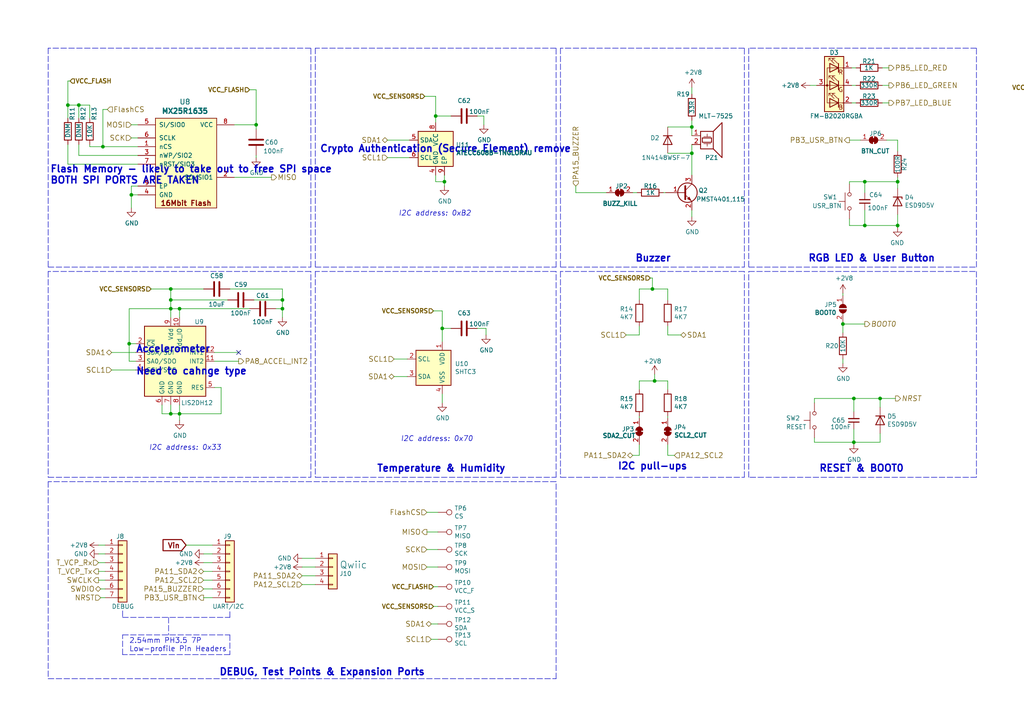
<source format=kicad_sch>
(kicad_sch (version 20231120) (generator "eeschema") (generator_version "8.0")
  (paper "A4")
  (title_block (title "Peripherals") (date "2025-03-08") (rev "1.1b") (company "BCIT BAJA"))
  (junction (at 320.04 30.48))
  (junction (at 49.53 86.995))
  (junction (at 320.04 27.94))
  (junction (at 81.915 89.535))
  (junction (at 19.685 30.48))
  (junction (at 29.845 42.545))
  (junction (at 52.07 120.015))
  (junction (at 332.74 40.64))
  (junction (at 260.35 65.405))
  (junction (at 332.74 27.94))
  (junction (at 200.66 36.83))
  (junction (at 247.65 128.27))
  (junction (at 250.825 65.405))
  (junction (at 49.53 83.82))
  (junction (at 320.04 38.1))
  (junction (at 332.74 33.02))
  (junction (at 247.65 115.57))
  (junction (at 81.915 86.995))
  (junction (at 37.465 99.695))
  (junction (at 244.475 93.98))
  (junction (at 320.04 35.56))
  (junction (at 74.295 36.195))
  (junction (at 332.74 38.1))
  (junction (at 320.04 33.02))
  (junction (at 332.74 43.18))
  (junction (at 189.865 110.49))
  (junction (at 49.53 120.015))
  (junction (at 126.365 33.655))
  (junction (at 22.86 30.48))
  (junction (at 52.07 89.535))
  (junction (at 332.74 30.48))
  (junction (at 128.27 95.25))
  (junction (at 255.27 115.57))
  (junction (at 332.74 35.56))
  (junction (at 320.04 25.4))
  (junction (at 189.23 83.82))
  (junction (at 200.66 44.45))
  (junction (at 320.04 40.64))
  (junction (at 49.53 89.535))
  (junction (at 250.825 52.705))
  (junction (at 128.905 52.705))
  (junction (at 38.1 56.515))
  (junction (at 260.35 52.705))
  (no_connect (at 69.215 102.235))
  (polyline (pts (xy 217.17 77.47) (xy 283.21 77.47)) (stroke (width 0) (type dash)))
  (wire (pts (xy 260.35 62.23) (xy 260.35 65.405)))
  (wire (pts (xy 257.81 24.765) (xy 255.905 24.765)))
  (wire (pts (xy 128.905 50.8) (xy 128.905 52.705)))
  (wire (pts (xy 200.66 27.305) (xy 200.66 25.4)))
  (wire (pts (xy 185.42 110.49) (xy 185.42 113.03)))
  (polyline (pts (xy 90.17 13.97) (xy 13.97 13.97)) (stroke (width 0) (type dash)))
  (wire (pts (xy 193.675 94.615) (xy 193.675 97.155)))
  (wire (pts (xy 40.005 56.515) (xy 38.1 56.515)))
  (wire (pts (xy 126.365 27.94) (xy 126.365 33.655)))
  (wire (pts (xy 46.99 120.015) (xy 49.53 120.015)))
  (wire (pts (xy 72.39 26.035) (xy 74.295 26.035)))
  (wire (pts (xy 118.11 104.14) (xy 114.3 104.14)))
  (polyline (pts (xy 91.44 78.74) (xy 91.44 138.43)) (stroke (width 0) (type dash)))
  (wire (pts (xy 37.465 99.695) (xy 37.465 89.535)))
  (wire (pts (xy 46.99 117.475) (xy 46.99 120.015)))
  (polyline (pts (xy 161.29 78.74) (xy 91.44 78.74)) (stroke (width 0) (type dash)))
  (wire (pts (xy 19.685 47.625) (xy 40.005 47.625)))
  (polyline (pts (xy 162.56 78.74) (xy 162.56 138.43)) (stroke (width 0) (type dash)))
  (wire (pts (xy 193.675 36.83) (xy 200.66 36.83)))
  (polyline (pts (xy 13.97 78.74) (xy 13.97 138.43)) (stroke (width 0) (type dash)))
  (wire (pts (xy 185.42 120.65) (xy 185.42 121.285)))
  (wire (pts (xy 140.97 95.25) (xy 140.97 97.155)))
  (wire (pts (xy 138.43 33.655) (xy 140.335 33.655)))
  (polyline (pts (xy 13.97 196.85) (xy 161.29 196.85)) (stroke (width 0) (type dash)))
  (wire (pts (xy 332.74 43.18) (xy 332.74 45.72)))
  (wire (pts (xy 320.04 35.56) (xy 320.04 33.02)))
  (wire (pts (xy 246.38 63.5) (xy 246.38 65.405)))
  (wire (pts (xy 246.38 52.705) (xy 246.38 53.34)))
  (wire (pts (xy 193.675 97.155) (xy 197.485 97.155)))
  (polyline (pts (xy 90.17 138.43) (xy 90.17 78.74)) (stroke (width 0) (type dash)))
  (wire (pts (xy 38.1 56.515) (xy 38.1 60.325)))
  (polyline (pts (xy 215.9 78.74) (xy 162.56 78.74)) (stroke (width 0) (type dash)))
  (wire (pts (xy 260.35 40.64) (xy 260.35 43.815)))
  (polyline (pts (xy 91.44 138.43) (xy 161.29 138.43)) (stroke (width 0) (type dash)))
  (polyline (pts (xy 161.29 139.7) (xy 13.97 139.7)) (stroke (width 0) (type dash)))
  (polyline (pts (xy 161.29 13.97) (xy 91.44 13.97)) (stroke (width 0) (type dash)))
  (wire (pts (xy 87.63 169.545) (xy 91.44 169.545)))
  (wire (pts (xy 62.23 112.395) (xy 64.135 112.395)))
  (wire (pts (xy 379.73 64.135) (xy 382.905 64.135)))
  (polyline (pts (xy 90.17 78.74) (xy 13.97 78.74)) (stroke (width 0) (type dash)))
  (wire (pts (xy 26.035 42.545) (xy 26.035 41.91)))
  (wire (pts (xy 22.86 30.48) (xy 19.685 30.48)))
  (wire (pts (xy 59.055 173.355) (xy 61.595 173.355)))
  (wire (pts (xy 126.365 50.8) (xy 126.365 52.705)))
  (wire (pts (xy 74.295 36.195) (xy 74.295 37.465)))
  (wire (pts (xy 332.74 38.1) (xy 332.74 40.64)))
  (wire (pts (xy 332.74 33.02) (xy 332.74 35.56)))
  (polyline (pts (xy 35.56 189.865) (xy 35.56 184.15)) (stroke (width 0) (type dash)))
  (wire (pts (xy 40.005 36.195) (xy 38.1 36.195)))
  (wire (pts (xy 257.175 40.64) (xy 260.35 40.64)))
  (wire (pts (xy 236.22 116.84) (xy 236.22 115.57)))
  (wire (pts (xy 29.21 170.815) (xy 30.48 170.815)))
  (wire (pts (xy 255.27 118.11) (xy 255.27 115.57)))
  (wire (pts (xy 61.595 160.655) (xy 59.055 160.655)))
  (wire (pts (xy 189.865 108.585) (xy 189.865 110.49)))
  (wire (pts (xy 52.07 120.015) (xy 52.07 121.92)))
  (wire (pts (xy 189.23 83.82) (xy 193.675 83.82)))
  (wire (pts (xy 19.685 30.48) (xy 19.685 34.29)))
  (polyline (pts (xy 161.29 196.85) (xy 161.29 139.7)) (stroke (width 0) (type dash)))
  (wire (pts (xy 62.23 102.235) (xy 69.215 102.235)))
  (wire (pts (xy 128.905 52.705) (xy 128.905 53.975)))
  (wire (pts (xy 250.825 55.88) (xy 250.825 52.705)))
  (wire (pts (xy 52.07 92.075) (xy 52.07 89.535)))
  (polyline (pts (xy 35.56 179.07) (xy 66.675 179.07)) (stroke (width 0) (type dash)))
  (wire (pts (xy 87.63 161.925) (xy 91.44 161.925)))
  (wire (pts (xy 320.04 27.94) (xy 320.04 25.4)))
  (polyline (pts (xy 66.675 179.07) (xy 66.675 177.165)) (stroke (width 0) (type dash)))
  (wire (pts (xy 38.1 53.975) (xy 38.1 56.515)))
  (wire (pts (xy 167.005 55.88) (xy 175.895 55.88)))
  (wire (pts (xy 247.65 115.57) (xy 255.27 115.57)))
  (wire (pts (xy 244.475 104.14) (xy 244.475 105.41)))
  (wire (pts (xy 30.48 158.115) (xy 28.575 158.115)))
  (polyline (pts (xy 215.9 13.97) (xy 162.56 13.97)) (stroke (width 0) (type dash)))
  (wire (pts (xy 244.475 93.345) (xy 244.475 93.98)))
  (wire (pts (xy 39.37 99.695) (xy 37.465 99.695)))
  (wire (pts (xy 81.915 89.535) (xy 81.915 92.075)))
  (wire (pts (xy 244.475 85.09) (xy 244.475 85.725)))
  (polyline (pts (xy 91.44 13.97) (xy 91.44 77.47)) (stroke (width 0) (type dash)))
  (wire (pts (xy 62.23 104.775) (xy 69.215 104.775)))
  (wire (pts (xy 193.675 110.49) (xy 193.675 113.03)))
  (wire (pts (xy 320.04 33.02) (xy 320.04 30.48)))
  (wire (pts (xy 39.37 104.775) (xy 37.465 104.775)))
  (wire (pts (xy 64.135 120.015) (xy 52.07 120.015)))
  (wire (pts (xy 244.475 93.98) (xy 250.825 93.98)))
  (wire (pts (xy 53.975 158.115) (xy 61.595 158.115)))
  (wire (pts (xy 39.37 102.235) (xy 32.385 102.235)))
  (wire (pts (xy 193.675 132.08) (xy 195.58 132.08)))
  (wire (pts (xy 193.675 83.82) (xy 193.675 86.995)))
  (wire (pts (xy 255.905 19.685) (xy 257.81 19.685)))
  (wire (pts (xy 189.23 80.645) (xy 189.23 83.82)))
  (wire (pts (xy 30.48 163.195) (xy 28.575 163.195)))
  (wire (pts (xy 28.575 160.655) (xy 30.48 160.655)))
  (wire (pts (xy 74.295 45.085) (xy 74.295 45.72)))
  (wire (pts (xy 260.35 52.705) (xy 250.825 52.705)))
  (wire (pts (xy 29.845 31.75) (xy 29.845 42.545)))
  (polyline (pts (xy 13.97 138.43) (xy 90.17 138.43)) (stroke (width 0) (type dash)))
  (wire (pts (xy 247.65 128.27) (xy 255.27 128.27)))
  (wire (pts (xy 22.86 34.29) (xy 22.86 30.48)))
  (wire (pts (xy 22.86 45.085) (xy 22.86 41.91)))
  (polyline (pts (xy 215.9 77.47) (xy 215.9 13.97)) (stroke (width 0) (type dash)))
  (wire (pts (xy 260.35 65.405) (xy 260.35 66.04)))
  (wire (pts (xy 185.42 83.82) (xy 185.42 86.995)))
  (wire (pts (xy 320.04 30.48) (xy 320.04 27.94)))
  (wire (pts (xy 260.35 65.405) (xy 250.825 65.405)))
  (wire (pts (xy 52.07 117.475) (xy 52.07 120.015)))
  (wire (pts (xy 185.42 94.615) (xy 185.42 97.155)))
  (wire (pts (xy 123.825 154.305) (xy 127 154.305)))
  (polyline (pts (xy 13.97 77.47) (xy 90.17 77.47)) (stroke (width 0) (type dash)))
  (wire (pts (xy 80.01 89.535) (xy 81.915 89.535)))
  (polyline (pts (xy 162.56 77.47) (xy 215.9 77.47)) (stroke (width 0) (type dash)))
  (wire (pts (xy 320.04 40.64) (xy 320.04 38.1)))
  (wire (pts (xy 59.055 83.82) (xy 49.53 83.82)))
  (wire (pts (xy 332.74 35.56) (xy 332.74 38.1)))
  (wire (pts (xy 125.095 180.975) (xy 127 180.975)))
  (wire (pts (xy 72.39 89.535) (xy 52.07 89.535)))
  (wire (pts (xy 52.07 89.535) (xy 49.53 89.535)))
  (polyline (pts (xy 283.21 138.43) (xy 217.17 138.43)) (stroke (width 0) (type dash)))
  (wire (pts (xy 255.905 29.845) (xy 257.81 29.845)))
  (wire (pts (xy 332.74 40.64) (xy 332.74 43.18)))
  (polyline (pts (xy 13.97 13.97) (xy 13.97 77.47)) (stroke (width 0) (type dash)))
  (polyline (pts (xy 66.675 184.15) (xy 66.675 189.865)) (stroke (width 0) (type dash)))
  (wire (pts (xy 128.27 90.17) (xy 128.27 95.25)))
  (polyline (pts (xy 217.17 13.97) (xy 217.17 77.47)) (stroke (width 0) (type dash)))
  (wire (pts (xy 74.295 26.035) (xy 74.295 36.195)))
  (wire (pts (xy 250.825 65.405) (xy 246.38 65.405)))
  (wire (pts (xy 112.395 40.64) (xy 118.745 40.64)))
  (wire (pts (xy 81.915 86.995) (xy 81.915 89.535)))
  (wire (pts (xy 189.865 110.49) (xy 193.675 110.49)))
  (polyline (pts (xy 283.21 13.97) (xy 217.17 13.97)) (stroke (width 0) (type dash)))
  (wire (pts (xy 40.005 40.005) (xy 38.1 40.005)))
  (wire (pts (xy 19.685 47.625) (xy 19.685 41.91)))
  (wire (pts (xy 236.22 128.27) (xy 247.65 128.27)))
  (wire (pts (xy 250.825 52.705) (xy 246.38 52.705)))
  (wire (pts (xy 185.42 132.08) (xy 183.515 132.08)))
  (wire (pts (xy 127 148.59) (xy 123.825 148.59)))
  (polyline (pts (xy 215.9 138.43) (xy 215.9 78.74)) (stroke (width 0) (type dash)))
  (polyline (pts (xy 283.21 78.74) (xy 283.21 138.43)) (stroke (width 0) (type dash)))
  (wire (pts (xy 250.825 60.96) (xy 250.825 65.405)))
  (polyline (pts (xy 217.17 78.74) (xy 283.21 78.74)) (stroke (width 0) (type dash)))
  (polyline (pts (xy 35.56 177.165) (xy 35.56 179.07)) (stroke (width 0) (type dash)))
  (polyline (pts (xy 91.44 77.47) (xy 161.29 77.47)) (stroke (width 0) (type dash)))
  (wire (pts (xy 200.66 60.96) (xy 200.66 62.865)))
  (wire (pts (xy 125.73 90.17) (xy 128.27 90.17)))
  (wire (pts (xy 49.53 83.82) (xy 49.53 86.995)))
  (wire (pts (xy 200.66 36.83) (xy 200.66 39.37)))
  (wire (pts (xy 22.86 45.085) (xy 40.005 45.085)))
  (wire (pts (xy 259.715 115.57) (xy 255.27 115.57)))
  (wire (pts (xy 67.945 51.435) (xy 78.74 51.435)))
  (wire (pts (xy 20.32 23.495) (xy 19.685 23.495)))
  (wire (pts (xy 19.685 23.495) (xy 19.685 30.48)))
  (wire (pts (xy 236.22 115.57) (xy 247.65 115.57)))
  (wire (pts (xy 125.73 175.895) (xy 127 175.895)))
  (wire (pts (xy 332.74 25.4) (xy 332.74 27.94)))
  (wire (pts (xy 61.595 168.275) (xy 59.055 168.275)))
  (wire (pts (xy 138.43 95.25) (xy 140.97 95.25)))
  (wire (pts (xy 37.465 104.775) (xy 37.465 99.695)))
  (wire (pts (xy 260.35 51.435) (xy 260.35 52.705)))
  (polyline (pts (xy 90.17 77.47) (xy 90.17 13.97)) (stroke (width 0) (type dash)))
  (wire (pts (xy 193.675 128.905) (xy 193.675 132.08)))
  (wire (pts (xy 128.27 114.3) (xy 128.27 116.84)))
  (wire (pts (xy 200.66 44.45) (xy 200.66 50.8)))
  (wire (pts (xy 26.035 42.545) (xy 29.845 42.545)))
  (wire (pts (xy 181.61 97.155) (xy 185.42 97.155)))
  (wire (pts (xy 200.66 41.91) (xy 200.66 44.45)))
  (wire (pts (xy 332.74 30.48) (xy 332.74 33.02)))
  (wire (pts (xy 236.22 127) (xy 236.22 128.27)))
  (wire (pts (xy 193.675 120.65) (xy 193.675 121.285)))
  (wire (pts (xy 67.945 36.195) (xy 74.295 36.195)))
  (wire (pts (xy 247.65 128.27) (xy 247.65 128.905)))
  (wire (pts (xy 382.905 69.215) (xy 379.73 69.215)))
  (wire (pts (xy 130.81 33.655) (xy 126.365 33.655)))
  (wire (pts (xy 320.04 43.18) (xy 320.04 40.64)))
  (wire (pts (xy 123.825 164.465) (xy 127 164.465)))
  (wire (pts (xy 193.675 44.45) (xy 200.66 44.45)))
  (wire (pts (xy 81.915 83.82) (xy 81.915 86.995)))
  (wire (pts (xy 87.63 164.465) (xy 91.44 164.465)))
  (wire (pts (xy 127 170.18) (xy 125.73 170.18)))
  (wire (pts (xy 127 185.42) (xy 125.095 185.42)))
  (wire (pts (xy 260.35 52.705) (xy 260.35 54.61)))
  (wire (pts (xy 167.005 53.975) (xy 167.005 55.88)))
  (wire (pts (xy 200.66 34.925) (xy 200.66 36.83)))
  (polyline (pts (xy 161.29 77.47) (xy 161.29 13.97)) (stroke (width 0) (type dash)))
  (wire (pts (xy 59.055 170.815) (xy 61.595 170.815)))
  (polyline (pts (xy 13.97 139.7) (xy 13.97 196.85)) (stroke (width 0) (type dash)))
  (wire (pts (xy 244.475 93.98) (xy 244.475 96.52)))
  (wire (pts (xy 130.81 95.25) (xy 128.27 95.25)))
  (wire (pts (xy 26.035 30.48) (xy 22.86 30.48)))
  (wire (pts (xy 37.465 89.535) (xy 49.53 89.535)))
  (wire (pts (xy 140.335 33.655) (xy 140.335 36.195)))
  (wire (pts (xy 28.575 168.275) (xy 30.48 168.275)))
  (wire (pts (xy 66.675 83.82) (xy 81.915 83.82)))
  (wire (pts (xy 188.595 80.645) (xy 189.23 80.645)))
  (polyline (pts (xy 66.675 189.865) (xy 35.56 189.865)) (stroke (width 0) (type dash)))
  (wire (pts (xy 61.595 163.195) (xy 59.055 163.195)))
  (wire (pts (xy 382.905 58.42) (xy 379.73 58.42)))
  (polyline (pts (xy 48.895 179.07) (xy 48.895 184.15)) (stroke (width 0) (type dash)))
  (wire (pts (xy 128.27 95.25) (xy 128.27 99.06)))
  (wire (pts (xy 247.015 29.845) (xy 248.285 29.845)))
  (wire (pts (xy 59.055 165.735) (xy 61.595 165.735)))
  (wire (pts (xy 189.865 110.49) (xy 185.42 110.49)))
  (polyline (pts (xy 217.17 138.43) (xy 217.17 78.74)) (stroke (width 0) (type dash)))
  (wire (pts (xy 192.405 55.88) (xy 193.04 55.88)))
  (wire (pts (xy 127 159.385) (xy 123.825 159.385)))
  (wire (pts (xy 320.04 38.1) (xy 320.04 35.56)))
  (wire (pts (xy 40.005 53.975) (xy 38.1 53.975)))
  (wire (pts (xy 248.285 24.765) (xy 247.015 24.765)))
  (wire (pts (xy 189.23 83.82) (xy 185.42 83.82)))
  (wire (pts (xy 31.115 31.75) (xy 29.845 31.75)))
  (wire (pts (xy 247.015 19.685) (xy 248.285 19.685)))
  (wire (pts (xy 249.555 40.64) (xy 246.38 40.64)))
  (wire (pts (xy 247.65 124.46) (xy 247.65 128.27)))
  (wire (pts (xy 126.365 52.705) (xy 128.905 52.705)))
  (polyline (pts (xy 162.56 138.43) (xy 215.9 138.43)) (stroke (width 0) (type dash)))
  (wire (pts (xy 66.04 86.995) (xy 49.53 86.995)))
  (polyline (pts (xy 162.56 13.97) (xy 162.56 77.47)) (stroke (width 0) (type dash)))
  (polyline (pts (xy 283.21 77.47) (xy 283.21 13.97)) (stroke (width 0) (type dash)))
  (wire (pts (xy 332.74 27.94) (xy 332.74 30.48)))
  (wire (pts (xy 28.575 165.735) (xy 30.48 165.735)))
  (wire (pts (xy 183.515 55.88) (xy 184.785 55.88)))
  (wire (pts (xy 49.53 89.535) (xy 49.53 92.075)))
  (wire (pts (xy 112.395 45.72) (xy 118.745 45.72)))
  (wire (pts (xy 29.21 173.355) (xy 30.48 173.355)))
  (wire (pts (xy 247.65 119.38) (xy 247.65 115.57)))
  (wire (pts (xy 185.42 128.905) (xy 185.42 132.08)))
  (wire (pts (xy 49.53 86.995) (xy 49.53 89.535)))
  (wire (pts (xy 64.135 112.395) (xy 64.135 120.015)))
  (wire (pts (xy 49.53 117.475) (xy 49.53 120.015)))
  (wire (pts (xy 114.3 109.22) (xy 118.11 109.22)))
  (wire (pts (xy 43.815 83.82) (xy 49.53 83.82)))
  (wire (pts (xy 234.95 24.765) (xy 236.855 24.765)))
  (wire (pts (xy 26.035 34.29) (xy 26.035 30.48)))
  (wire (pts (xy 126.365 33.655) (xy 126.365 35.56)))
  (wire (pts (xy 73.66 86.995) (xy 81.915 86.995)))
  (wire (pts (xy 123.19 27.94) (xy 126.365 27.94)))
  (wire (pts (xy 320.04 25.4) (xy 312.42 25.4)))
  (wire (pts (xy 29.845 42.545) (xy 40.005 42.545)))
  (wire (pts (xy 49.53 120.015) (xy 52.07 120.015)))
  (wire (pts (xy 39.37 107.315) (xy 32.385 107.315)))
  (polyline (pts (xy 35.56 184.15) (xy 66.675 184.15)) (stroke (width 0) (type dash)))
  (polyline (pts (xy 161.29 138.43) (xy 161.29 78.74)) (stroke (width 0) (type dash)))
  (wire (pts (xy 255.27 125.73) (xy 255.27 128.27)))
  (wire (pts (xy 379.73 74.295) (xy 382.905 74.295)))
  (wire (pts (xy 91.44 167.005) (xy 87.63 167.005)))
  (text "I2C pull-ups" (at 179.07 136.525 0) (effects (font (size 2.0066 2.0066) (thickness 0.4013) (bold yes)) (justify left bottom)))
  (text "Flash Memory - likely to take out to free SPI space\nBOTH SPI PORTS ARE TAKEN" (at 14.478 53.594 0) (effects (font (size 2.0066 2.0066) (thickness 0.4013) (bold yes)) (justify left bottom)))
  (text "Buzzer" (at 184.15 76.2 0) (effects (font (size 2.0066 2.0066) (thickness 0.4013) (bold yes)) (justify left bottom)))
  (text "2.54mm PH3.5 7P \nLow-profile Pin Headers\n" (at 37.465 189.23 0) (effects (font (size 1.4986 1.4986)) (justify left bottom)))
  (text "Temperature & Humidity" (at 109.22 137.16 0) (effects (font (size 2.0066 2.0066) (thickness 0.4013) (bold yes)) (justify left bottom)))
  (text "Crypto Authentication (Secure Element) remove\n" (at 92.71 44.45 0) (effects (font (size 2.0066 2.0066) (thickness 0.4013) (bold yes)) (justify left bottom)))
  (text "I2C address: 0xB2" (at 115.57 62.865 0) (effects (font (size 1.4986 1.4986) (italic yes)) (justify left bottom)))
  (text "to be added the ADC\n" (at 325.12 62.738 0) (effects (font (size 1.4986 1.4986))))
  (text "I2C address: 0x70" (at 116.205 128.27 0) (effects (font (size 1.4986 1.4986) (italic yes)) (justify left bottom)))
  (text "Accelerometer \n\nNeed to cahnge type\n" (at 39.37 108.966 0) (effects (font (size 2.0066 2.0066) (thickness 0.4013) (bold yes)) (justify left bottom)))
  (text "RESET & BOOT0" (at 237.49 137.16 0) (effects (font (size 2.0066 2.0066) (thickness 0.4013) (bold yes)) (justify left bottom)))
  (text "DEBUG, Test Points & Expansion Ports" (at 63.5 196.215 0) (effects (font (size 2.0066 2.0066) (thickness 0.4013) (bold yes)) (justify left bottom)))
  (text "RGB LED & User Button" (at 234.315 76.2 0) (effects (font (size 2.0066 2.0066) (thickness 0.4013) (bold yes)) (justify left bottom)))
  (text "I2C address: 0x33" (at 43.18 130.81 0) (effects (font (size 1.4986 1.4986) (italic yes)) (justify left bottom)))
  (label "AIN5" (at 363.22 30.48 0) (effects (font (size 1.4986 1.4986))))
  (label "AIN2" (at 350.52 27.94 180) (effects (font (size 1.4986 1.4986))))
  (label "AIN15" (at 363.22 43.18 0) (effects (font (size 1.4986 1.4986))))
  (label "AIN12" (at 350.52 40.64 180) (effects (font (size 1.4986 1.4986))))
  (label "AIN9" (at 363.22 35.56 0) (effects (font (size 1.4986 1.4986))))
  (label "AIN4" (at 350.52 30.48 180) (effects (font (size 1.4986 1.4986))))
  (label "AIN10" (at 350.52 38.1 180) (effects (font (size 1.4986 1.4986))))
  (label "AIN7" (at 363.22 33.02 0) (effects (font (size 1.4986 1.4986))))
  (label "AIN0" (at 350.52 25.4 180) (effects (font (size 1.4986 1.4986))))
  (label "AIN6" (at 350.52 33.02 180) (effects (font (size 1.4986 1.4986))))
  (label "AIN8" (at 350.52 35.56 180) (effects (font (size 1.4986 1.4986))))
  (label "AIN14" (at 350.52 43.18 180) (effects (font (size 1.4986 1.4986))))
  (label "AIN1" (at 363.22 25.4 0) (effects (font (size 1.4986 1.4986))))
  (label "AIN13" (at 363.22 40.64 0) (effects (font (size 1.4986 1.4986))))
  (label "AIN11" (at 363.22 38.1 0) (effects (font (size 1.4986 1.4986))))
  (label "AIN3" (at 363.22 27.94 0) (effects (font (size 1.4986 1.4986))))
  (global_label "Vin" (shape input) (at 53.975 158.115 180) (effects (font (size 1.4986 1.4986) (thickness 0.2997) (bold yes))) (property "Intersheetrefs" "${INTERSHEET_REFS}" (effects (hide yes))))
  (hierarchical_label "SCK" (shape input) (at 123.825 159.385 180) (effects (font (size 1.4986 1.4986))))
  (hierarchical_label "PB6_LED_GREEN" (shape output) (at 257.81 24.765 0) (effects (font (size 1.4986 1.4986))))
  (hierarchical_label "T_VCP_Rx" (shape input) (at 28.575 163.195 180) (effects (font (size 1.4986 1.4986))))
  (hierarchical_label "SCL1" (shape input) (at 112.395 45.72 180) (effects (font (size 1.4986 1.4986))))
  (hierarchical_label "VCC_FLASH" (shape input) (at 125.73 170.18 180) (effects (font (thickness 0.254) (bold yes))))
  (hierarchical_label "PA15_BUZZER" (shape input) (at 167.005 53.975 90) (effects (font (size 1.4986 1.4986))))
  (hierarchical_label "NRST" (shape input) (at 29.21 173.355 180) (effects (font (size 1.4986 1.4986))))
  (hierarchical_label "PA12_SCL2" (shape input) (at 87.63 169.545 180) (effects (font (size 1.4986 1.4986))))
  (hierarchical_label "VCC_SENSORS" (shape input) (at 125.73 175.895 180) (effects (font (thickness 0.254) (bold yes))))
  (hierarchical_label "VCC_FLASH" (shape input) (at 20.32 23.495 0) (effects (font (thickness 0.254) (bold yes))))
  (hierarchical_label "PA11_SDA2" (shape bidirectional) (at 87.63 167.005 180) (effects (font (size 1.4986 1.4986))))
  (hierarchical_label "BOOT0" (shape output) (at 250.825 93.98 0) (effects (font (size 1.4986 1.4986) (italic yes))))
  (hierarchical_label "PA11_SDA2" (shape bidirectional) (at 59.055 165.735 180) (effects (font (size 1.4986 1.4986))))
  (hierarchical_label "SCL1" (shape input) (at 32.385 107.315 180) (effects (font (size 1.4986 1.4986))))
  (hierarchical_label "SWCLK" (shape output) (at 28.575 168.275 180) (effects (font (size 1.4986 1.4986))))
  (hierarchical_label "SCL1" (shape input) (at 114.3 104.14 180) (effects (font (size 1.4986 1.4986))))
  (hierarchical_label "VCC_SENSORS" (shape input) (at 125.73 90.17 180) (effects (font (thickness 0.254) (bold yes))))
  (hierarchical_label "VCC_SENSORS" (shape input) (at 123.19 27.94 180) (effects (font (thickness 0.254) (bold yes))))
  (hierarchical_label "SCK" (shape input) (at 379.73 69.215 180) (effects (font (size 1.4986 1.4986))))
  (hierarchical_label "MISO" (shape output) (at 78.74 51.435 0) (effects (font (size 1.4986 1.4986))))
  (hierarchical_label "PA12_SCL2" (shape input) (at 59.055 168.275 180) (effects (font (size 1.4986 1.4986))))
  (hierarchical_label "SCL1" (shape input) (at 181.61 97.155 180) (effects (font (size 1.4986 1.4986))))
  (hierarchical_label "SDA1" (shape bidirectional) (at 114.3 109.22 180) (effects (font (size 1.4986 1.4986))))
  (hierarchical_label "SCL1" (shape input) (at 125.095 185.42 180) (effects (font (size 1.4986 1.4986))))
  (hierarchical_label "FlashCS" (shape input) (at 31.115 31.75 0) (effects (font (size 1.4986 1.4986))))
  (hierarchical_label "VCC_STRAINGAUGE" (shape input) (at 312.42 25.4 180) (effects (font (thickness 0.254) (bold yes))))
  (hierarchical_label "SDA1" (shape bidirectional) (at 112.395 40.64 180) (effects (font (size 1.4986 1.4986))))
  (hierarchical_label "SCK" (shape input) (at 38.1 40.005 180) (effects (font (size 1.4986 1.4986))))
  (hierarchical_label "VCC_SENSORS" (shape input) (at 43.815 83.82 180) (effects (font (thickness 0.254) (bold yes))))
  (hierarchical_label "PA8_ACCEL_INT2" (shape output) (at 69.215 104.775 0) (effects (font (size 1.4986 1.4986))))
  (hierarchical_label "FlashCS" (shape input) (at 123.825 148.59 180) (effects (font (size 1.4986 1.4986))))
  (hierarchical_label "SDA1" (shape bidirectional) (at 32.385 102.235 180) (effects (font (size 1.4986 1.4986))))
  (hierarchical_label "MISO" (shape output) (at 379.73 64.135 180) (effects (font (size 1.4986 1.4986))))
  (hierarchical_label "MOSI" (shape input) (at 38.1 36.195 180) (effects (font (size 1.4986 1.4986))))
  (hierarchical_label "PB5_LED_RED" (shape output) (at 257.81 19.685 0) (effects (font (size 1.4986 1.4986))))
  (hierarchical_label "PB7_LED_BLUE" (shape output) (at 257.81 29.845 0) (effects (font (size 1.4986 1.4986))))
  (hierarchical_label "strainGaugeCS" (shape input) (at 379.73 58.42 180) (effects (font (size 1.4986 1.4986))))
  (hierarchical_label "PB3_USR_BTN" (shape output) (at 246.38 40.64 180) (effects (font (size 1.4986 1.4986))))
  (hierarchical_label "VCC_SENSORS" (shape input) (at 188.595 80.645 180) (effects (font (thickness 0.254) (bold yes))))
  (hierarchical_label "SWDIO" (shape bidirectional) (at 29.21 170.815 180) (effects (font (size 1.4986 1.4986))))
  (hierarchical_label "T_VCP_Tx" (shape output) (at 28.575 165.735 180) (effects (font (size 1.4986 1.4986))))
  (hierarchical_label "MOSI" (shape input) (at 379.73 74.295 180) (effects (font (size 1.4986 1.4986))))
  (hierarchical_label "PA11_SDA2" (shape bidirectional) (at 183.515 132.08 180) (effects (font (size 1.4986 1.4986))))
  (hierarchical_label "MISO" (shape output) (at 123.825 154.305 180) (effects (font (size 1.4986 1.4986))))
  (hierarchical_label "VCC_FLASH" (shape input) (at 72.39 26.035 180) (effects (font (thickness 0.254) (bold yes))))
  (hierarchical_label "SDA1" (shape bidirectional) (at 197.485 97.155 0) (effects (font (size 1.4986 1.4986))))
  (hierarchical_label "PA15_BUZZER" (shape input) (at 59.055 170.815 180) (effects (font (size 1.4986 1.4986))))
  (hierarchical_label "MOSI" (shape input) (at 123.825 164.465 180) (effects (font (size 1.4986 1.4986))))
  (hierarchical_label "PB3_USR_BTN" (shape output) (at 59.055 173.355 180) (effects (font (size 1.4986 1.4986))))
  (hierarchical_label "NRST" (shape output) (at 259.715 115.57 0) (effects (font (size 1.4986 1.4986) (italic yes))))
  (hierarchical_label "PA12_SCL2" (shape input) (at 195.58 132.08 0) (effects (font (size 1.4986 1.4986))))
  (hierarchical_label "SDA1" (shape bidirectional) (at 125.095 180.975 180) (effects (font (size 1.4986 1.4986))))
  (symbol (lib_id "power:GND") (at 52.07 121.92 0) (unit 1)
    (property "Reference" "#PWR078" (effects (hide yes)))
    (property "Value" "GND" (at 52.197 126.3142 0))
  )
  (symbol (lib_id "Device:C") (at 62.865 83.82 270) (unit 1)
    (property "Reference" "C58" (at 62.865 80.01 90))
    (property "Value" "10uF" (at 62.865 88.265 90))
    (property "Footprint" "Capacitor_SMD:C_0603_1608Metric" (effects (hide yes)))
    (property "MPN" "JMK107ABJ106KA-T" (effects (hide yes)))
    (property "URL" "https://lcsc.com/product-detail/Others_Taiyo-Yuden_JMK107ABJ106KA-T_Taiyo-Yuden-JMK107ABJ106KA-T_C319196.html" (effects (hide yes)))
    (property "ALT_MPN" "C1608X5R0J106K080AB" (effects (hide yes)))
  )
  (symbol (lib_id "Device:C") (at 69.85 86.995 270) (unit 1)
    (property "Reference" "C59" (at 69.85 82.55 90))
    (property "Value" "100nF" (at 69.85 90.805 90))
    (property "Footprint" "Capacitor_SMD:C_0402_1005Metric" (effects (hide yes)))
    (property "MPN" "CC0402KRX7R7BB104" (effects (hide yes)))
    (property "URL" "https://lcsc.com/product-detail/Multilayer-Ceramic-Capacitors-MLCC-SMD-SMT_YAGEO-CC0402KRX7R7BB104_C60474.html" (effects (hide yes)))
  )
  (symbol (lib_id "Device:C") (at 76.2 89.535 270) (unit 1)
    (property "Reference" "C61" (at 76.2 85.725 90))
    (property "Value" "100nF" (at 76.2 93.345 90))
    (property "Footprint" "Capacitor_SMD:C_0402_1005Metric" (effects (hide yes)))
    (property "MPN" "CC0402KRX7R7BB104" (effects (hide yes)))
    (property "URL" "https://lcsc.com/product-detail/Multilayer-Ceramic-Capacitors-MLCC-SMD-SMT_YAGEO-CC0402KRX7R7BB104_C60474.html" (effects (hide yes)))
  )
  (symbol (lib_id "power:GND") (at 81.915 92.075 0) (unit 1)
    (property "Reference" "#PWR082" (effects (hide yes)))
    (property "Value" "GND" (at 82.042 96.4692 0))
  )
  (symbol (lib_id "node-lib-v1:MX25R1635") (at 45.085 36.195 0) (unit 1)
    (property "Reference" "U8" (at 53.6448 29.5402 0) (effects (font (size 1.4986 1.4986))))
    (property "Value" "MX25R1635" (at 53.6448 32.2072 0) (effects (font (size 1.4986 1.4986) (bold yes))))
    (property "Footprint" "node-lib-v1:FLASH_UFDFN-8-MX25R1635F" (effects (hide yes)))
    (property "MPN" "MX25R1635FZUIL0" (effects (hide yes)))
    (property "URL" "https://www.digikey.com/short/zwbqjc" (effects (hide yes)))
  )
  (symbol (lib_id "Device:Speaker_Crystal") (at 205.74 39.37 0) (unit 1)
    (property "Reference" "PZ1" (at 204.47 45.72 0) (effects (justify left)))
    (property "Value" "MLT-7525" (at 202.565 33.655 0) (effects (justify left)))
    (property "Footprint" "node-lib-v1:Buzzer_MLT-7525" (effects (hide yes)))
    (property "MPN" "MLT-7525" (effects (hide yes)))
    (property "URL" "https://lcsc.com/product-detail/Buzzers_Jiangsu-Huaneng-Elec-MLT-7525_C95299.html" (effects (hide yes)))
  )
  (symbol (lib_id "Diode:1N4148WS") (at 193.675 40.64 90) (mirror x) (unit 1)
    (property "Reference" "D2" (at 188.595 40.005 90) (effects (justify right)))
    (property "Value" "1N4148WSF-7" (at 186.055 45.72 90) (effects (justify right)))
    (property "Footprint" "node-lib-v1:D_SOD-323F_custom" (effects (hide yes)))
    (property "MPN" "1N4148WSF-7" (effects (hide yes)))
    (property "URL" "https://lcsc.com/product-detail/Switching-Diode_Diodes-Incorporated-1N4148WSF-7_C119617.html" (effects (hide yes)))
  )
  (symbol (lib_id "Device:C") (at 74.295 41.275 180) (unit 1)
    (property "Reference" "C60" (at 78.74 41.275 0))
    (property "Value" "100nF" (at 79.375 43.815 0))
    (property "Footprint" "Capacitor_SMD:C_0402_1005Metric" (effects (hide yes)))
    (property "MPN" "CC0402KRX7R7BB104" (effects (hide yes)))
    (property "URL" "https://lcsc.com/product-detail/Multilayer-Ceramic-Capacitors-MLCC-SMD-SMT_YAGEO-CC0402KRX7R7BB104_C60474.html" (effects (hide yes)))
  )
  (symbol (lib_id "power:GND") (at 74.295 45.72 0) (unit 1)
    (property "Reference" "#PWR081" (effects (hide yes)))
    (property "Value" "GND" (at 74.422 50.1142 0))
  )
  (symbol (lib_id "power:GND") (at 38.1 60.325 0) (unit 1)
    (property "Reference" "#PWR077" (effects (hide yes)))
    (property "Value" "GND" (at 38.227 64.7192 0))
  )
  (symbol (lib_id "Device:R") (at 26.035 38.1 0) (unit 1)
    (property "Reference" "R13" (at 27.305 34.925 90) (effects (justify left)))
    (property "Value" "10K" (at 26.035 40.005 90) (effects (justify left)))
    (property "Footprint" "Resistor_SMD:R_0402_1005Metric" (effects (hide yes)))
    (property "MPN" "AC0402JR-0710KL" (effects (hide yes)))
    (property "URL" "https://lcsc.com/product-detail/Chip-Resistor-Surface-Mount_YAGEO-AC0402JR-0710KL_C144731.html" (effects (hide yes)))
  )
  (symbol (lib_id "Device:R") (at 22.86 38.1 0) (unit 1)
    (property "Reference" "R12" (at 24.13 34.925 90) (effects (justify left)))
    (property "Value" "DNM" (at 22.86 40.005 90) (effects (justify left)))
    (property "Footprint" "Resistor_SMD:R_0402_1005Metric" (effects (hide yes)))
    (property "MPN" "DNM" (effects (hide yes)))
  )
  (symbol (lib_id "Device:R") (at 19.685 38.1 0) (unit 1)
    (property "Reference" "R11" (at 20.955 34.925 90) (effects (justify left)))
    (property "Value" "DNM" (at 19.685 40.005 90) (effects (justify left)))
    (property "Footprint" "Resistor_SMD:R_0402_1005Metric" (effects (hide yes)))
    (property "MPN" "DNM" (effects (hide yes)))
  )
  (symbol (lib_id "Transistor_BJT:2SC4213") (at 198.12 55.88 0) (unit 1)
    (property "Reference" "Q2" (at 202.565 55.245 0) (effects (justify left)))
    (property "Value" "PMST4401,115" (at 201.93 57.785 0) (effects (justify left)))
    (property "Footprint" "Package_TO_SOT_SMD:SOT-323_SC-70" (effects (hide yes)))
    (property "MPN" "PMST4401,115" (effects (hide yes)))
    (property "URL" "https://lcsc.com/product-detail/Transistors-NPN-PNP_Nexperia-PMST4401-115_C454963.html" (effects (hide yes)))
  )
  (symbol (lib_id "power:GND") (at 200.66 62.865 0) (unit 1)
    (property "Reference" "#PWR091" (effects (hide yes)))
    (property "Value" "GND" (at 200.787 67.2592 0))
  )
  (symbol (lib_id "Security:ATECC608A-MAHDA") (at 126.365 43.18 0) (mirror y) (unit 1)
    (property "Reference" "U11" (at 132.207 42.0116 0) (effects (justify right)))
    (property "Value" "ATECC608B-TNGLORAU" (at 132.207 44.323 0) (effects (font (bold yes)) (justify right)))
    (property "Footprint" "Package_DFN_QFN:DFN-8-1EP_3x2mm_P0.5mm_EP1.3x1.5mm" (effects (hide yes)))
    (property "Datasheet" "http://ww1.microchip.com/downloads/en/DeviceDoc/ATECC608A-CryptoAuthentication-Device-Summary-Data-Sheet-DS40001977B.pdf" (effects (hide yes)))
    (property "MPN" "ATECC608B-TNGLORAU-C" (effects (hide yes)))
    (property "URL" "https://www.microchip.com/wwwproducts/en/ATECC608B-TNGLORA" (effects (hide yes)))
  )
  (symbol (lib_id "Device:R") (at 188.595 55.88 90) (mirror x) (unit 1)
    (property "Reference" "R16" (at 186.69 53.975 90) (effects (justify right)))
    (property "Value" "1K" (at 187.325 55.88 90) (effects (justify right)))
    (property "Footprint" "Resistor_SMD:R_0402_1005Metric" (effects (hide yes)))
    (property "MPN" "RC0402FR-071KL" (effects (hide yes)))
    (property "URL" "https://lcsc.com/product-detail/Chip-Resistor-Surface-Mount_1KR-1001-1_C106235.html" (effects (hide yes)))
  )
  (symbol (lib_id "Device:C") (at 134.62 33.655 270) (unit 1)
    (property "Reference" "C62" (at 134.62 29.21 90))
    (property "Value" "100nF" (at 139.065 32.385 90))
    (property "Footprint" "Capacitor_SMD:C_0402_1005Metric" (effects (hide yes)))
    (property "MPN" "CC0402KRX7R7BB104" (effects (hide yes)))
    (property "URL" "https://lcsc.com/product-detail/Multilayer-Ceramic-Capacitors-MLCC-SMD-SMT_YAGEO-CC0402KRX7R7BB104_C60474.html" (effects (hide yes)))
  )
  (symbol (lib_id "power:GND") (at 128.905 53.975 0) (unit 1)
    (property "Reference" "#PWR086" (effects (hide yes)))
    (property "Value" "GND" (at 129.032 58.3692 0))
  )
  (symbol (lib_id "power:GND") (at 140.335 36.195 0) (unit 1)
    (property "Reference" "#PWR087" (effects (hide yes)))
    (property "Value" "GND" (at 140.462 40.5892 0))
  )
  (symbol (lib_id "Switch:SW_Push") (at 246.38 58.42 90) (mirror x) (unit 1)
    (property "Reference" "SW1" (at 238.76 57.15 90) (effects (justify right)))
    (property "Value" "USR_BTN" (at 235.585 59.69 90) (effects (justify right)))
    (property "Footprint" "node-lib-v1:PushButton_KSC721GLFS" (effects (hide yes)))
    (property "MPN" "KSC721GLFS" (effects (hide yes)))
    (property "URL" "https://lcsc.com/product-detail/Tactile-Switches_C-K-KSC721GLFS_C221764.html" (effects (hide yes)))
  )
  (symbol (lib_id "power:GND") (at 260.35 66.04 0) (mirror y) (unit 1)
    (property "Reference" "#PWR096" (effects (hide yes)))
    (property "Value" "GND" (at 260.223 70.4342 0))
  )
  (symbol (lib_id "Sensor_Humidity:SHTC3") (at 125.73 106.68 0) (unit 1)
    (property "Reference" "U10" (at 131.9276 105.5116 0) (effects (justify left)))
    (property "Value" "SHTC3" (at 131.9276 107.823 0) (effects (justify left)))
    (property "Footprint" "node-lib-v1:Sensirion_DFN-4-1EP_2x2mm_P1mm_EP0.7x1.6mm" (effects (hide yes)))
    (property "Datasheet" "https://www.sensirion.com/fileadmin/user_upload/customers/sensirion/Dokumente/0_Datasheets/Humidity/Sensirion_Humidity_Sensors_SHTC3_Datasheet.pdf" (effects (hide yes)))
    (property "MPN" "SHTC3" (effects (hide yes)))
    (property "URL" "https://lcsc.com/product-detail/Temperature-Humidity-Sensors_Sensirion-SHTC3_C194656.html" (effects (hide yes)))
  )
  (symbol (lib_id "Device:C") (at 134.62 95.25 270) (unit 1)
    (property "Reference" "C63" (at 134.62 90.805 90))
    (property "Value" "100nF" (at 139.065 93.98 90))
    (property "Footprint" "Capacitor_SMD:C_0402_1005Metric" (effects (hide yes)))
    (property "MPN" "CC0402KRX7R7BB104" (effects (hide yes)))
    (property "URL" "https://lcsc.com/product-detail/Multilayer-Ceramic-Capacitors-MLCC-SMD-SMT_YAGEO-CC0402KRX7R7BB104_C60474.html" (effects (hide yes)))
  )
  (symbol (lib_id "power:GND") (at 140.97 97.155 0) (unit 1)
    (property "Reference" "#PWR088" (effects (hide yes)))
    (property "Value" "GND" (at 141.097 101.5492 0))
  )
  (symbol (lib_id "Device:R") (at 185.42 90.805 0) (mirror x) (unit 1)
    (property "Reference" "R14" (at 183.6674 89.6366 0) (effects (justify right)))
    (property "Value" "4K7" (at 183.6674 91.948 0) (effects (justify right)))
    (property "Footprint" "Resistor_SMD:R_0402_1005Metric" (effects (hide yes)))
    (property "MPN" "AC0402FR-074K7L" (effects (hide yes)))
    (property "URL" "https://lcsc.com/product-detail/Chip-Resistor-Surface-Mount_YAGEO-AC0402FR-074K7L_C174364.html" (effects (hide yes)))
  )
  (symbol (lib_id "Device:R") (at 193.675 90.805 0) (unit 1)
    (property "Reference" "R17" (at 195.453 89.6366 0) (effects (justify left)))
    (property "Value" "4K7" (at 195.453 91.948 0) (effects (justify left)))
    (property "Footprint" "Resistor_SMD:R_0402_1005Metric" (effects (hide yes)))
    (property "MPN" "AC0402FR-074K7L" (effects (hide yes)))
    (property "URL" "https://lcsc.com/product-detail/Chip-Resistor-Surface-Mount_YAGEO-AC0402FR-074K7L_C174364.html" (effects (hide yes)))
  )
  (symbol (lib_id "power:GND") (at 128.27 116.84 0) (unit 1)
    (property "Reference" "#PWR085" (effects (hide yes)))
    (property "Value" "GND" (at 128.397 121.2342 0))
  )
  (symbol (lib_id "Device:R") (at 244.475 100.33 180) (unit 1)
    (property "Reference" "R20" (at 241.3 100.33 0))
    (property "Value" "10K" (at 244.475 100.33 90))
    (property "Footprint" "Inductor_SMD:L_0402_1005Metric" (effects (hide yes)))
    (property "MPN" "AC0402JR-0710KL" (effects (hide yes)))
    (property "URL" "https://lcsc.com/product-detail/Chip-Resistor-Surface-Mount_YAGEO-AC0402JR-0710KL_C144731.html" (effects (hide yes)))
  )
  (symbol (lib_id "power:GND") (at 244.475 105.41 0) (unit 1)
    (property "Reference" "#PWR094" (effects (hide yes)))
    (property "Value" "GND" (at 244.602 109.8042 0))
  )
  (symbol (lib_id "power:GND") (at 247.65 128.905 0) (unit 1)
    (property "Reference" "#PWR095" (effects (hide yes)))
    (property "Value" "GND" (at 247.777 133.2992 0))
  )
  (symbol (lib_id "Device:C_Small") (at 247.65 121.92 0) (mirror x) (unit 1)
    (property "Reference" "C65" (at 243.205 121.92 0))
    (property "Value" "100nF" (at 243.84 123.825 0))
    (property "Footprint" "Capacitor_SMD:C_0402_1005Metric" (effects (hide yes)))
    (property "MPN" "CC0402KRX7R7BB104" (effects (hide yes)))
    (property "URL" "https://lcsc.com/product-detail/Multilayer-Ceramic-Capacitors-MLCC-SMD-SMT_YAGEO-CC0402KRX7R7BB104_C60474.html" (effects (hide yes)))
  )
  (symbol (lib_id "Switch:SW_Push") (at 236.22 121.92 90) (unit 1)
    (property "Reference" "SW2" (at 227.965 121.285 90) (effects (justify right)))
    (property "Value" "RESET" (at 227.965 123.825 90) (effects (justify right)))
    (property "Footprint" "node-lib-v1:SW_SPST_SKSHABE010" (effects (hide yes)))
    (property "MPN" "SKSHABE010" (effects (hide yes)))
    (property "URL" "https://lcsc.com/product-detail/Tactile-Switches_ALPS-Electric-SKSHABE010_C255507.html" (effects (hide yes)))
  )
  (symbol (lib_id "Jumper:SolderJumper_2_Open") (at 244.475 89.535 90) (mirror x) (unit 1)
    (property "Reference" "JP5" (at 242.7478 88.3666 90) (effects (justify left)))
    (property "Value" "BOOT0" (at 242.7478 90.678 90) (effects (font (bold yes)) (justify left)))
    (property "Footprint" "Connector_PinHeader_1.27mm:PinHeader_1x02_P1.27mm_Vertical" (effects (hide yes)))
  )
  (symbol (lib_id "power:+2V8") (at 244.475 85.09 0) (unit 1)
    (property "Reference" "#PWR093" (effects (hide yes)))
    (property "Value" "+2V8" (at 244.856 80.6958 0))
  )
  (symbol (lib_id "Connector_Generic:Conn_01x04") (at 96.52 164.465 0) (unit 1)
    (property "Reference" "J10" (at 98.425 166.37 0) (effects (justify left)))
    (property "Value" "Qwiic" (at 98.425 163.83 0) (effects (font (size 2.0066 2.0066)) (justify left)))
    (property "Footprint" "Connector_JST:JST_SH_BM04B-SRSS-TB_1x04-1MP_P1.00mm_Vertical" (effects (hide yes)))
    (property "MPN" "BM04B-SRSS-TB(LF)(SN)" (effects (hide yes)))
    (property "URL" "https://lcsc.com/product-detail/Wire-To-Board-Wire-To-Wire-Connector_JST-Sales-America-BM04B-SRSS-TB-LF-SN_C160390.html" (effects (hide yes)))
  )
  (symbol (lib_id "power:+2V8") (at 200.66 25.4 0) (unit 1)
    (property "Reference" "#PWR090" (effects (hide yes)))
    (property "Value" "+2V8" (at 201.041 21.0058 0))
  )
  (symbol (lib_id "power:+2V8") (at 28.575 158.115 90) (unit 1)
    (property "Reference" "#PWR076" (effects (hide yes)))
    (property "Value" "+2V8" (at 22.86 158.115 90))
  )
  (symbol (lib_id "Device:R") (at 260.35 47.625 0) (unit 1)
    (property "Reference" "R24" (at 262.255 45.72 90) (effects (justify right)))
    (property "Value" "100R" (at 260.35 45.085 90) (effects (justify right)))
    (property "Footprint" "Resistor_SMD:R_0402_1005Metric" (effects (hide yes)))
    (property "MPN" "RC0402FR-07100RL" (effects (hide yes)))
    (property "URL" "https://lcsc.com/product-detail/Chip-Resistor-Surface-Mount_YAGEO-RC0402FR-07100RL_C106232.html" (effects (hide yes)))
  )
  (symbol (lib_id "Device:C_Small") (at 250.825 58.42 180) (unit 1)
    (property "Reference" "C64" (at 254 56.515 0))
    (property "Value" "100nF" (at 254.635 60.325 0))
    (property "Footprint" "Capacitor_SMD:C_0402_1005Metric" (effects (hide yes)))
    (property "MPN" "CC0402KRX7R7BB104" (effects (hide yes)))
    (property "URL" "https://lcsc.com/product-detail/Multilayer-Ceramic-Capacitors-MLCC-SMD-SMT_YAGEO-CC0402KRX7R7BB104_C60474.html" (effects (hide yes)))
  )
  (symbol (lib_id "power:GND") (at 87.63 161.925 270) (unit 1)
    (property "Reference" "#PWR083" (effects (hide yes)))
    (property "Value" "GND" (at 82.55 161.925 90))
  )
  (symbol (lib_id "Jumper:SolderJumper_2_Bridged") (at 185.42 125.095 270) (unit 1)
    (property "Reference" "JP3" (at 180.34 124.46 90) (effects (justify left)))
    (property "Value" "SDA2_CUT" (at 174.625 126.365 90) (effects (font (bold yes)) (justify left)))
    (property "Footprint" "Jumper:SolderJumper-2_P1.3mm_Bridged2Bar_RoundedPad1.0x1.5mm" (effects (hide yes)))
  )
  (symbol (lib_id "Jumper:SolderJumper_2_Bridged") (at 193.675 125.095 270) (unit 1)
    (property "Reference" "JP4" (at 195.4022 123.9266 90) (effects (justify left)))
    (property "Value" "SCL2_CUT" (at 195.4022 126.238 90) (effects (font (bold yes)) (justify left)))
    (property "Footprint" "Jumper:SolderJumper-2_P1.3mm_Bridged2Bar_RoundedPad1.0x1.5mm" (effects (hide yes)))
  )
  (symbol (lib_id "Device:D_Zener") (at 260.35 58.42 270) (unit 1)
    (property "Reference" "D4" (at 262.382 57.2516 90) (effects (justify left)))
    (property "Value" "ESD9D5V" (at 262.382 59.563 90) (effects (justify left)))
    (property "Footprint" "Diode_SMD:D_SOD-923" (effects (hide yes)))
    (property "MPN" "Diode_SMD:D_SOD-923" (effects (hide yes)))
    (property "URL" "https://lcsc.com/product-detail/TVS_Leiditech-ESD9D5V_C384848.html" (effects (hide yes)))
  )
  (symbol (lib_id "Device:D_Zener") (at 255.27 121.92 270) (unit 1)
    (property "Reference" "D5" (at 257.302 120.7516 90) (effects (justify left)))
    (property "Value" "ESD9D5V" (at 257.302 123.063 90) (effects (justify left)))
    (property "Footprint" "Diode_SMD:D_SOD-923" (effects (hide yes)))
    (property "MPN" "Diode_SMD:D_SOD-923" (effects (hide yes)))
    (property "URL" "https://lcsc.com/product-detail/TVS_Leiditech-ESD9D5V_C384848.html" (effects (hide yes)))
  )
  (symbol (lib_id "Device:R") (at 185.42 116.84 0) (mirror x) (unit 1)
    (property "Reference" "R15" (at 183.6674 115.6716 0) (effects (justify right)))
    (property "Value" "4K7" (at 183.6674 117.983 0) (effects (justify right)))
    (property "Footprint" "Resistor_SMD:R_0402_1005Metric" (effects (hide yes)))
    (property "MPN" "AC0402FR-074K7L" (effects (hide yes)))
    (property "URL" "https://lcsc.com/product-detail/Chip-Resistor-Surface-Mount_YAGEO-AC0402FR-074K7L_C174364.html" (effects (hide yes)))
  )
  (symbol (lib_id "Device:R") (at 193.675 116.84 0) (unit 1)
    (property "Reference" "R18" (at 195.453 115.6716 0) (effects (justify left)))
    (property "Value" "4K7" (at 195.453 117.983 0) (effects (justify left)))
    (property "Footprint" "Resistor_SMD:R_0402_1005Metric" (effects (hide yes)))
    (property "MPN" "AC0402FR-074K7L" (effects (hide yes)))
    (property "URL" "https://lcsc.com/product-detail/Chip-Resistor-Surface-Mount_YAGEO-AC0402FR-074K7L_C174364.html" (effects (hide yes)))
  )
  (symbol (lib_id "Connector_Generic:Conn_01x07") (at 35.56 165.735 0) (unit 1)
    (property "Reference" "J8" (at 33.655 155.575 0) (effects (justify left)))
    (property "Value" "DEBUG" (at 32.385 175.895 0) (effects (justify left)))
    (property "Footprint" "Connector_PinSocket_2.54mm:PinSocket_1x07_P2.54mm_Vertical" (effects (hide yes)))
  )
  (symbol (lib_id "power:GND") (at 59.055 160.655 270) (unit 1)
    (property "Reference" "#PWR079" (effects (hide yes)))
    (property "Value" "GND" (at 53.975 160.655 90))
  )
  (symbol (lib_id "Device:R") (at 252.095 24.765 270) (mirror x) (unit 1)
    (property "Reference" "R22" (at 254 22.86 90) (effects (justify right)))
    (property "Value" "330R" (at 254.635 24.765 90) (effects (justify right)))
    (property "Footprint" "Resistor_SMD:R_0402_1005Metric" (effects (hide yes)))
    (property "MPN" "AC0402FR-07330RL" (effects (hide yes)))
    (property "URL" "https://lcsc.com/product-detail/Chip-Resistor-Surface-Mount_YAGEO-AC0402FR-07330RL_C226996.html" (effects (hide yes)))
  )
  (symbol (lib_id "power:+2V8") (at 234.95 24.765 90) (unit 1)
    (property "Reference" "#PWR092" (effects (hide yes)))
    (property "Value" "+2V8" (at 229.235 24.765 90))
  )
  (symbol (lib_id "Device:R") (at 252.095 19.685 270) (mirror x) (unit 1)
    (property "Reference" "R21" (at 254 17.78 90) (effects (justify right)))
    (property "Value" "1K" (at 253.365 19.685 90) (effects (justify right)))
    (property "Footprint" "Resistor_SMD:R_0402_1005Metric" (effects (hide yes)))
    (property "MPN" "RC0402FR-071KL" (effects (hide yes)))
    (property "URL" "https://lcsc.com/product-detail/Chip-Resistor-Surface-Mount_1KR-1001-1_C106235.html" (effects (hide yes)))
  )
  (symbol (lib_id "node-lib-v1:FM-B2020RGBA") (at 241.935 24.765 0) (mirror y) (unit 1)
    (property "Reference" "D3" (at 241.935 15.24 0))
    (property "Value" "FM-B2020RGBA" (at 242.57 33.655 0))
    (property "Footprint" "LED_SMD:LED_Cree-PLCC4_2x2mm_CW" (effects (hide yes)))
    (property "MPN" "FM-B2020RGBA-HG" (effects (hide yes)))
    (property "URL" "https://lcsc.com/product-detail/Light-Emitting-Diodes-LED_Foshan-NationStar-Optoelectronics-FM-B2020RGBA-HG_C108793.html" (effects (hide yes)))
  )
  (symbol (lib_id "Device:R") (at 252.095 29.845 270) (mirror x) (unit 1)
    (property "Reference" "R23" (at 254 27.94 90) (effects (justify right)))
    (property "Value" "330R" (at 254.635 29.845 90) (effects (justify right)))
    (property "Footprint" "Resistor_SMD:R_0402_1005Metric" (effects (hide yes)))
    (property "MPN" "AC0402FR-07330RL" (effects (hide yes)))
    (property "URL" "https://lcsc.com/product-detail/Chip-Resistor-Surface-Mount_YAGEO-AC0402FR-07330RL_C226996.html" (effects (hide yes)))
  )
  (symbol (lib_id "Device:R") (at 200.66 31.115 0) (unit 1)
    (property "Reference" "R19" (at 198.12 27.305 0))
    (property "Value" "33R" (at 200.66 31.115 90))
    (property "Footprint" "Resistor_SMD:R_0402_1005Metric" (effects (hide yes)))
    (property "MPN" "AC0402JR-0733RL" (effects (hide yes)))
    (property "URL" "https://lcsc.com/product-detail/_AC0402JR-0733RL_C144713.html" (effects (hide yes)))
  )
  (symbol (lib_id "power:+2V8") (at 59.055 163.195 90) (unit 1)
    (property "Reference" "#PWR080" (effects (hide yes)))
    (property "Value" "+2V8" (at 53.34 163.195 90))
  )
  (symbol (lib_id "power:+2V8") (at 87.63 164.465 90) (unit 1)
    (property "Reference" "#PWR084" (effects (hide yes)))
    (property "Value" "+2V8" (at 81.915 164.465 90))
  )
  (symbol (lib_id "node-lib-v1:LIS2DH12") (at 49.53 104.775 0) (unit 1)
    (property "Reference" "U9" (at 57.785 93.345 0))
    (property "Value" "LIS2DH12" (at 57.15 116.84 0))
    (property "Footprint" "Package_LGA:LGA-12_2x2mm_P0.5mm" (effects (hide yes)))
    (property "Datasheet" "https://www.st.com/resource/en/datasheet/lis2dh12.pdf" (effects (hide yes)))
    (property "MPN" "LIS2DH12TR" (effects (hide yes)))
    (property "URL" "https://lcsc.com/product-detail/Motion-Sensors-Accelerometers_STMicroelectronics-LIS2DH12TR_C110926.html" (effects (hide yes)))
  )
  (symbol (lib_id "Jumper:SolderJumper_2_Bridged") (at 253.365 40.64 0) (mirror x) (unit 1)
    (property "Reference" "JP6" (at 252.095 38.735 0) (effects (justify left)))
    (property "Value" "BTN_CUT" (at 249.555 43.815 0) (effects (font (bold yes)) (justify left)))
    (property "Footprint" "Jumper:SolderJumper-2_P1.3mm_Bridged2Bar_RoundedPad1.0x1.5mm" (effects (hide yes)))
  )
  (symbol (lib_id "Jumper:SolderJumper_2_Bridged") (at 179.705 55.88 0) (unit 1)
    (property "Reference" "JP2" (at 178.435 53.975 0) (effects (justify left)))
    (property "Value" "BUZZ_KILL" (at 174.625 59.055 0) (effects (font (bold yes)) (justify left)))
    (property "Footprint" "Jumper:SolderJumper-2_P1.3mm_Bridged2Bar_RoundedPad1.0x1.5mm" (effects (hide yes)))
  )
  (symbol (lib_id "Connector_Generic:Conn_01x07") (at 66.675 165.735 0) (unit 1)
    (property "Reference" "J9" (at 64.77 155.575 0) (effects (justify left)))
    (property "Value" "UART/I2C" (at 61.595 175.895 0) (effects (justify left)))
    (property "Footprint" "Connector_PinSocket_2.54mm:PinSocket_1x07_P2.54mm_Vertical" (effects (hide yes)))
  )
  (symbol (lib_id "power:GND") (at 28.575 160.655 270) (unit 1)
    (property "Reference" "#PWR075" (effects (hide yes)))
    (property "Value" "GND" (at 23.495 160.655 90))
  )
  (symbol (lib_id "Connector:TestPoint") (at 127 148.59 270) (unit 1)
    (property "Reference" "TP6" (at 131.7752 147.4216 90) (effects (justify left)))
    (property "Value" "CS" (at 131.7752 149.733 90) (effects (justify left)))
    (property "Footprint" "TestPoint:TestPoint_Pad_D1.5mm" (effects (hide yes)))
    (property "MPN" "DNM" (effects (hide yes)))
  )
  (symbol (lib_id "Connector:TestPoint") (at 127 154.305 270) (unit 1)
    (property "Reference" "TP7" (at 131.7752 153.1366 90) (effects (justify left)))
    (property "Value" "MISO" (at 131.7752 155.448 90) (effects (justify left)))
    (property "Footprint" "TestPoint:TestPoint_Pad_D1.5mm" (effects (hide yes)))
    (property "MPN" "DNM" (effects (hide yes)))
  )
  (symbol (lib_id "Connector:TestPoint") (at 127 159.385 270) (unit 1)
    (property "Reference" "TP8" (at 131.7752 158.2166 90) (effects (justify left)))
    (property "Value" "SCK" (at 131.7752 160.528 90) (effects (justify left)))
    (property "Footprint" "TestPoint:TestPoint_Pad_D1.5mm" (effects (hide yes)))
    (property "MPN" "DNM" (effects (hide yes)))
  )
  (symbol (lib_id "Connector:TestPoint") (at 127 164.465 270) (unit 1)
    (property "Reference" "TP9" (at 131.7752 163.2966 90) (effects (justify left)))
    (property "Value" "MOSI" (at 131.7752 165.608 90) (effects (justify left)))
    (property "Footprint" "TestPoint:TestPoint_Pad_D1.5mm" (effects (hide yes)))
    (property "MPN" "DNM" (effects (hide yes)))
  )
  (symbol (lib_id "Connector:TestPoint") (at 127 170.18 270) (unit 1)
    (property "Reference" "TP10" (at 131.7752 169.0116 90) (effects (justify left)))
    (property "Value" "VCC_F" (at 131.7752 171.323 90) (effects (justify left)))
    (property "Footprint" "TestPoint:TestPoint_Pad_D1.5mm" (effects (hide yes)))
    (property "MPN" "DNM" (effects (hide yes)))
  )
  (symbol (lib_id "Connector:TestPoint") (at 127 175.895 270) (unit 1)
    (property "Reference" "TP11" (at 131.7752 174.7266 90) (effects (justify left)))
    (property "Value" "VCC_S" (at 131.7752 177.038 90) (effects (justify left)))
    (property "Footprint" "TestPoint:TestPoint_Pad_D1.5mm" (effects (hide yes)))
    (property "MPN" "DNM" (effects (hide yes)))
  )
  (symbol (lib_id "Connector:TestPoint") (at 127 180.975 270) (unit 1)
    (property "Reference" "TP12" (at 131.7752 179.8066 90) (effects (justify left)))
    (property "Value" "SDA" (at 131.7752 182.118 90) (effects (justify left)))
    (property "Footprint" "TestPoint:TestPoint_Pad_D1.5mm" (effects (hide yes)))
    (property "MPN" "DNM" (effects (hide yes)))
  )
  (symbol (lib_id "Connector:TestPoint") (at 127 185.42 270) (unit 1)
    (property "Reference" "TP13" (at 131.7752 184.2516 90) (effects (justify left)))
    (property "Value" "SCL" (at 131.7752 186.563 90) (effects (justify left)))
    (property "Footprint" "TestPoint:TestPoint_Pad_D1.5mm" (effects (hide yes)))
    (property "MPN" "DNM" (effects (hide yes)))
  )
  (symbol (lib_id "power:+2V8") (at 189.865 108.585 0) (unit 1)
    (property "Reference" "#PWR089" (effects (hide yes)))
    (property "Value" "+2V8" (at 189.23 104.775 0))
  )
  (symbol (lib_id "Connector:TestPoint") (at 382.905 58.42 270) (unit 1)
    (property "Reference" "TP14" (at 387.6802 57.2516 90) (effects (justify left)))
    (property "Value" "CS" (at 387.6802 59.563 90) (effects (justify left)))
    (property "Footprint" "TestPoint:TestPoint_Pad_D1.5mm" (effects (hide yes)))
    (property "MPN" "DNM" (effects (hide yes)))
  )
  (symbol (lib_id "Connector_Generic:Conn_02x08_Odd_Even") (at 355.6 33.02 0) (unit 1)
    (property "Reference" "J11" (at 356.87 19.05 0))
    (property "Value" "Conn_02x08_Odd_Even" (at 356.87 21.59 0))
    (property "Description" "Generic connector, double row, 02x08, odd/even pin numbering scheme (row 1 odd numbers, row 2 even numbers), script generated (kicad-library-utils/schlib/autogen/connector/)" (effects (hide yes)))
  )
  (symbol (lib_id "Connector_Generic:Conn_02x08_Odd_Even") (at 325.12 33.02 0) (unit 1)
    (property "Reference" "J13" (at 326.39 19.05 0))
    (property "Value" "Conn_02x08_Odd_Even" (at 326.39 21.59 0))
    (property "Description" "Generic connector, double row, 02x08, odd/even pin numbering scheme (row 1 odd numbers, row 2 even numbers), script generated (kicad-library-utils/schlib/autogen/connector/)" (effects (hide yes)))
  )
  (symbol (lib_id "Connector:TestPoint") (at 382.905 69.215 270) (unit 1)
    (property "Reference" "TP16" (at 387.6802 68.0466 90) (effects (justify left)))
    (property "Value" "SCK" (at 387.6802 70.358 90) (effects (justify left)))
    (property "Footprint" "TestPoint:TestPoint_Pad_D1.5mm" (effects (hide yes)))
    (property "MPN" "DNM" (effects (hide yes)))
  )
  (symbol (lib_id "Connector:TestPoint") (at 382.905 74.295 270) (unit 1)
    (property "Reference" "TP17" (at 387.6802 73.1266 90) (effects (justify left)))
    (property "Value" "MOSI" (at 387.6802 75.438 90) (effects (justify left)))
    (property "Footprint" "TestPoint:TestPoint_Pad_D1.5mm" (effects (hide yes)))
    (property "MPN" "DNM" (effects (hide yes)))
  )
  (symbol (lib_id "Connector:TestPoint") (at 382.905 64.135 270) (unit 1)
    (property "Reference" "TP15" (at 387.6802 62.9666 90) (effects (justify left)))
    (property "Value" "MISO" (at 387.6802 65.278 90) (effects (justify left)))
    (property "Footprint" "TestPoint:TestPoint_Pad_D1.5mm" (effects (hide yes)))
    (property "MPN" "DNM" (effects (hide yes)))
  )
  (symbol (lib_name "GND_1") (lib_id "power:GND") (at 332.74 45.72 0) (unit 1)
    (property "Reference" "#PWR098" (effects (hide yes)))
    (property "Value" "GND" (at 332.74 50.8 0))
    (property "Description" "Power symbol creates a global label with name \"GND\" , ground" (effects (hide yes)))
  )
)
</source>
